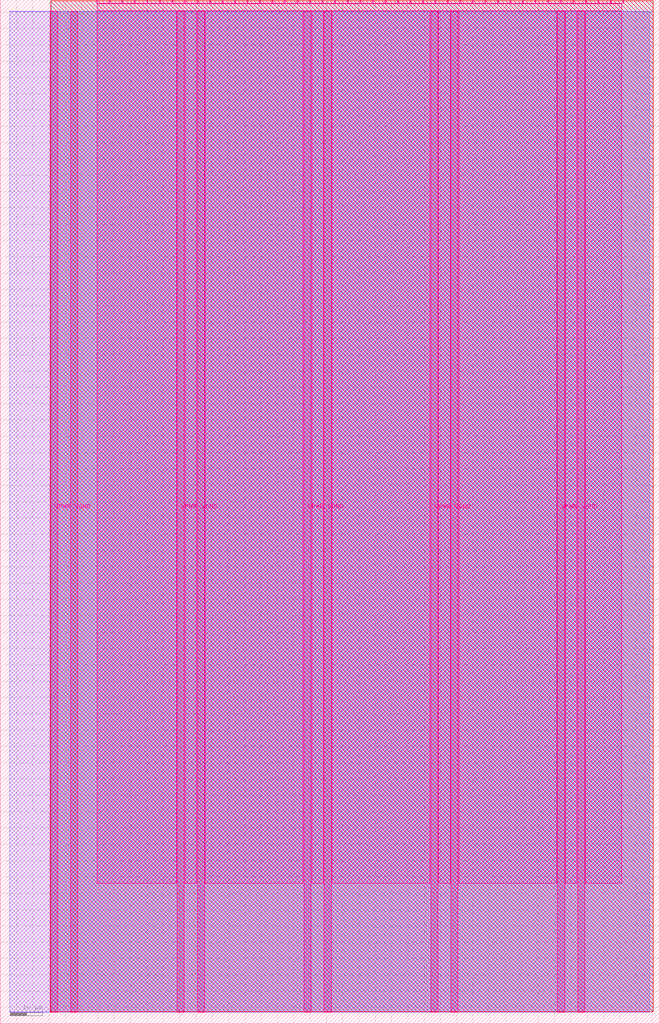
<source format=lef>
VERSION 5.7 ;
  NOWIREEXTENSIONATPIN ON ;
  DIVIDERCHAR "/" ;
  BUSBITCHARS "[]" ;
MACRO tt_um_rejunity_ay8913
  CLASS BLOCK ;
  FOREIGN tt_um_rejunity_ay8913 ;
  ORIGIN 0.000 0.000 ;
  SIZE 202.080 BY 313.740 ;
  PIN VGND
    DIRECTION INOUT ;
    USE GROUND ;
    PORT
      LAYER Metal5 ;
        RECT 21.580 3.560 23.780 310.180 ;
    END
    PORT
      LAYER Metal5 ;
        RECT 60.450 3.560 62.650 310.180 ;
    END
    PORT
      LAYER Metal5 ;
        RECT 99.320 3.560 101.520 310.180 ;
    END
    PORT
      LAYER Metal5 ;
        RECT 138.190 3.560 140.390 310.180 ;
    END
    PORT
      LAYER Metal5 ;
        RECT 177.060 3.560 179.260 310.180 ;
    END
  END VGND
  PIN VPWR
    DIRECTION INOUT ;
    USE POWER ;
    PORT
      LAYER Metal5 ;
        RECT 15.380 3.560 17.580 310.180 ;
    END
    PORT
      LAYER Metal5 ;
        RECT 54.250 3.560 56.450 310.180 ;
    END
    PORT
      LAYER Metal5 ;
        RECT 93.120 3.560 95.320 310.180 ;
    END
    PORT
      LAYER Metal5 ;
        RECT 131.990 3.560 134.190 310.180 ;
    END
    PORT
      LAYER Metal5 ;
        RECT 170.860 3.560 173.060 310.180 ;
    END
  END VPWR
  PIN clk
    DIRECTION INPUT ;
    USE SIGNAL ;
    ANTENNAGATEAREA 0.213200 ;
    PORT
      LAYER Metal5 ;
        RECT 187.050 312.740 187.350 313.740 ;
    END
  END clk
  PIN ena
    DIRECTION INPUT ;
    USE SIGNAL ;
    PORT
      LAYER Metal5 ;
        RECT 190.890 312.740 191.190 313.740 ;
    END
  END ena
  PIN rst_n
    DIRECTION INPUT ;
    USE SIGNAL ;
    ANTENNAGATEAREA 2.646800 ;
    ANTENNADIFFAREA 8.061600 ;
    PORT
      LAYER Metal5 ;
        RECT 183.210 312.740 183.510 313.740 ;
    END
  END rst_n
  PIN ui_in[0]
    DIRECTION INPUT ;
    USE SIGNAL ;
    ANTENNAGATEAREA 0.314600 ;
    PORT
      LAYER Metal5 ;
        RECT 179.370 312.740 179.670 313.740 ;
    END
  END ui_in[0]
  PIN ui_in[1]
    DIRECTION INPUT ;
    USE SIGNAL ;
    ANTENNAGATEAREA 0.314600 ;
    PORT
      LAYER Metal5 ;
        RECT 175.530 312.740 175.830 313.740 ;
    END
  END ui_in[1]
  PIN ui_in[2]
    DIRECTION INPUT ;
    USE SIGNAL ;
    ANTENNAGATEAREA 0.314600 ;
    PORT
      LAYER Metal5 ;
        RECT 171.690 312.740 171.990 313.740 ;
    END
  END ui_in[2]
  PIN ui_in[3]
    DIRECTION INPUT ;
    USE SIGNAL ;
    ANTENNAGATEAREA 0.314600 ;
    PORT
      LAYER Metal5 ;
        RECT 167.850 312.740 168.150 313.740 ;
    END
  END ui_in[3]
  PIN ui_in[4]
    DIRECTION INPUT ;
    USE SIGNAL ;
    ANTENNAGATEAREA 0.213200 ;
    PORT
      LAYER Metal5 ;
        RECT 164.010 312.740 164.310 313.740 ;
    END
  END ui_in[4]
  PIN ui_in[5]
    DIRECTION INPUT ;
    USE SIGNAL ;
    ANTENNAGATEAREA 0.314600 ;
    PORT
      LAYER Metal5 ;
        RECT 160.170 312.740 160.470 313.740 ;
    END
  END ui_in[5]
  PIN ui_in[6]
    DIRECTION INPUT ;
    USE SIGNAL ;
    ANTENNAGATEAREA 0.314600 ;
    PORT
      LAYER Metal5 ;
        RECT 156.330 312.740 156.630 313.740 ;
    END
  END ui_in[6]
  PIN ui_in[7]
    DIRECTION INPUT ;
    USE SIGNAL ;
    ANTENNAGATEAREA 0.314600 ;
    PORT
      LAYER Metal5 ;
        RECT 152.490 312.740 152.790 313.740 ;
    END
  END ui_in[7]
  PIN uio_in[0]
    DIRECTION INPUT ;
    USE SIGNAL ;
    ANTENNAGATEAREA 0.213200 ;
    PORT
      LAYER Metal5 ;
        RECT 148.650 312.740 148.950 313.740 ;
    END
  END uio_in[0]
  PIN uio_in[1]
    DIRECTION INPUT ;
    USE SIGNAL ;
    ANTENNAGATEAREA 0.213200 ;
    PORT
      LAYER Metal5 ;
        RECT 144.810 312.740 145.110 313.740 ;
    END
  END uio_in[1]
  PIN uio_in[2]
    DIRECTION INPUT ;
    USE SIGNAL ;
    ANTENNAGATEAREA 0.180700 ;
    PORT
      LAYER Metal5 ;
        RECT 140.970 312.740 141.270 313.740 ;
    END
  END uio_in[2]
  PIN uio_in[3]
    DIRECTION INPUT ;
    USE SIGNAL ;
    ANTENNAGATEAREA 0.180700 ;
    PORT
      LAYER Metal5 ;
        RECT 137.130 312.740 137.430 313.740 ;
    END
  END uio_in[3]
  PIN uio_in[4]
    DIRECTION INPUT ;
    USE SIGNAL ;
    PORT
      LAYER Metal5 ;
        RECT 133.290 312.740 133.590 313.740 ;
    END
  END uio_in[4]
  PIN uio_in[5]
    DIRECTION INPUT ;
    USE SIGNAL ;
    PORT
      LAYER Metal5 ;
        RECT 129.450 312.740 129.750 313.740 ;
    END
  END uio_in[5]
  PIN uio_in[6]
    DIRECTION INPUT ;
    USE SIGNAL ;
    PORT
      LAYER Metal5 ;
        RECT 125.610 312.740 125.910 313.740 ;
    END
  END uio_in[6]
  PIN uio_in[7]
    DIRECTION INPUT ;
    USE SIGNAL ;
    PORT
      LAYER Metal5 ;
        RECT 121.770 312.740 122.070 313.740 ;
    END
  END uio_in[7]
  PIN uio_oe[0]
    DIRECTION OUTPUT ;
    USE SIGNAL ;
    ANTENNADIFFAREA 0.299200 ;
    PORT
      LAYER Metal5 ;
        RECT 56.490 312.740 56.790 313.740 ;
    END
  END uio_oe[0]
  PIN uio_oe[1]
    DIRECTION OUTPUT ;
    USE SIGNAL ;
    ANTENNADIFFAREA 0.299200 ;
    PORT
      LAYER Metal5 ;
        RECT 52.650 312.740 52.950 313.740 ;
    END
  END uio_oe[1]
  PIN uio_oe[2]
    DIRECTION OUTPUT ;
    USE SIGNAL ;
    ANTENNADIFFAREA 0.299200 ;
    PORT
      LAYER Metal5 ;
        RECT 48.810 312.740 49.110 313.740 ;
    END
  END uio_oe[2]
  PIN uio_oe[3]
    DIRECTION OUTPUT ;
    USE SIGNAL ;
    ANTENNADIFFAREA 0.299200 ;
    PORT
      LAYER Metal5 ;
        RECT 44.970 312.740 45.270 313.740 ;
    END
  END uio_oe[3]
  PIN uio_oe[4]
    DIRECTION OUTPUT ;
    USE SIGNAL ;
    ANTENNADIFFAREA 0.392700 ;
    PORT
      LAYER Metal5 ;
        RECT 41.130 312.740 41.430 313.740 ;
    END
  END uio_oe[4]
  PIN uio_oe[5]
    DIRECTION OUTPUT ;
    USE SIGNAL ;
    ANTENNADIFFAREA 0.392700 ;
    PORT
      LAYER Metal5 ;
        RECT 37.290 312.740 37.590 313.740 ;
    END
  END uio_oe[5]
  PIN uio_oe[6]
    DIRECTION OUTPUT ;
    USE SIGNAL ;
    ANTENNADIFFAREA 0.392700 ;
    PORT
      LAYER Metal5 ;
        RECT 33.450 312.740 33.750 313.740 ;
    END
  END uio_oe[6]
  PIN uio_oe[7]
    DIRECTION OUTPUT ;
    USE SIGNAL ;
    ANTENNADIFFAREA 0.392700 ;
    PORT
      LAYER Metal5 ;
        RECT 29.610 312.740 29.910 313.740 ;
    END
  END uio_oe[7]
  PIN uio_out[0]
    DIRECTION OUTPUT ;
    USE SIGNAL ;
    ANTENNADIFFAREA 0.299200 ;
    PORT
      LAYER Metal5 ;
        RECT 87.210 312.740 87.510 313.740 ;
    END
  END uio_out[0]
  PIN uio_out[1]
    DIRECTION OUTPUT ;
    USE SIGNAL ;
    ANTENNADIFFAREA 0.299200 ;
    PORT
      LAYER Metal5 ;
        RECT 83.370 312.740 83.670 313.740 ;
    END
  END uio_out[1]
  PIN uio_out[2]
    DIRECTION OUTPUT ;
    USE SIGNAL ;
    ANTENNADIFFAREA 0.299200 ;
    PORT
      LAYER Metal5 ;
        RECT 79.530 312.740 79.830 313.740 ;
    END
  END uio_out[2]
  PIN uio_out[3]
    DIRECTION OUTPUT ;
    USE SIGNAL ;
    ANTENNADIFFAREA 0.299200 ;
    PORT
      LAYER Metal5 ;
        RECT 75.690 312.740 75.990 313.740 ;
    END
  END uio_out[3]
  PIN uio_out[4]
    DIRECTION OUTPUT ;
    USE SIGNAL ;
    ANTENNADIFFAREA 0.654800 ;
    PORT
      LAYER Metal5 ;
        RECT 71.850 312.740 72.150 313.740 ;
    END
  END uio_out[4]
  PIN uio_out[5]
    DIRECTION OUTPUT ;
    USE SIGNAL ;
    ANTENNADIFFAREA 0.654800 ;
    PORT
      LAYER Metal5 ;
        RECT 68.010 312.740 68.310 313.740 ;
    END
  END uio_out[5]
  PIN uio_out[6]
    DIRECTION OUTPUT ;
    USE SIGNAL ;
    ANTENNADIFFAREA 0.654800 ;
    PORT
      LAYER Metal5 ;
        RECT 64.170 312.740 64.470 313.740 ;
    END
  END uio_out[6]
  PIN uio_out[7]
    DIRECTION OUTPUT ;
    USE SIGNAL ;
    ANTENNADIFFAREA 0.654800 ;
    PORT
      LAYER Metal5 ;
        RECT 60.330 312.740 60.630 313.740 ;
    END
  END uio_out[7]
  PIN uo_out[0]
    DIRECTION OUTPUT ;
    USE SIGNAL ;
    ANTENNADIFFAREA 0.677200 ;
    PORT
      LAYER Metal5 ;
        RECT 117.930 312.740 118.230 313.740 ;
    END
  END uo_out[0]
  PIN uo_out[1]
    DIRECTION OUTPUT ;
    USE SIGNAL ;
    ANTENNADIFFAREA 0.649200 ;
    PORT
      LAYER Metal5 ;
        RECT 114.090 312.740 114.390 313.740 ;
    END
  END uo_out[1]
  PIN uo_out[2]
    DIRECTION OUTPUT ;
    USE SIGNAL ;
    ANTENNADIFFAREA 0.649200 ;
    PORT
      LAYER Metal5 ;
        RECT 110.250 312.740 110.550 313.740 ;
    END
  END uo_out[2]
  PIN uo_out[3]
    DIRECTION OUTPUT ;
    USE SIGNAL ;
    ANTENNADIFFAREA 0.677200 ;
    PORT
      LAYER Metal5 ;
        RECT 106.410 312.740 106.710 313.740 ;
    END
  END uo_out[3]
  PIN uo_out[4]
    DIRECTION OUTPUT ;
    USE SIGNAL ;
    ANTENNADIFFAREA 0.677200 ;
    PORT
      LAYER Metal5 ;
        RECT 102.570 312.740 102.870 313.740 ;
    END
  END uo_out[4]
  PIN uo_out[5]
    DIRECTION OUTPUT ;
    USE SIGNAL ;
    ANTENNADIFFAREA 0.649200 ;
    PORT
      LAYER Metal5 ;
        RECT 98.730 312.740 99.030 313.740 ;
    END
  END uo_out[5]
  PIN uo_out[6]
    DIRECTION OUTPUT ;
    USE SIGNAL ;
    ANTENNADIFFAREA 0.677200 ;
    PORT
      LAYER Metal5 ;
        RECT 94.890 312.740 95.190 313.740 ;
    END
  END uo_out[6]
  PIN uo_out[7]
    DIRECTION OUTPUT ;
    USE SIGNAL ;
    ANTENNAGATEAREA 0.455000 ;
    ANTENNADIFFAREA 1.135700 ;
    PORT
      LAYER Metal5 ;
        RECT 91.050 312.740 91.350 313.740 ;
    END
  END uo_out[7]
  OBS
      LAYER GatPoly ;
        RECT 2.880 3.630 199.200 310.110 ;
      LAYER Metal1 ;
        RECT 2.880 3.560 199.200 310.180 ;
      LAYER Metal2 ;
        RECT 15.515 3.680 200.305 310.060 ;
      LAYER Metal3 ;
        RECT 15.560 3.635 200.260 313.465 ;
      LAYER Metal4 ;
        RECT 15.515 3.680 200.305 313.420 ;
      LAYER Metal5 ;
        RECT 30.120 312.530 33.240 312.740 ;
        RECT 33.960 312.530 37.080 312.740 ;
        RECT 37.800 312.530 40.920 312.740 ;
        RECT 41.640 312.530 44.760 312.740 ;
        RECT 45.480 312.530 48.600 312.740 ;
        RECT 49.320 312.530 52.440 312.740 ;
        RECT 53.160 312.530 56.280 312.740 ;
        RECT 57.000 312.530 60.120 312.740 ;
        RECT 60.840 312.530 63.960 312.740 ;
        RECT 64.680 312.530 67.800 312.740 ;
        RECT 68.520 312.530 71.640 312.740 ;
        RECT 72.360 312.530 75.480 312.740 ;
        RECT 76.200 312.530 79.320 312.740 ;
        RECT 80.040 312.530 83.160 312.740 ;
        RECT 83.880 312.530 87.000 312.740 ;
        RECT 87.720 312.530 90.840 312.740 ;
        RECT 91.560 312.530 94.680 312.740 ;
        RECT 95.400 312.530 98.520 312.740 ;
        RECT 99.240 312.530 102.360 312.740 ;
        RECT 103.080 312.530 106.200 312.740 ;
        RECT 106.920 312.530 110.040 312.740 ;
        RECT 110.760 312.530 113.880 312.740 ;
        RECT 114.600 312.530 117.720 312.740 ;
        RECT 118.440 312.530 121.560 312.740 ;
        RECT 122.280 312.530 125.400 312.740 ;
        RECT 126.120 312.530 129.240 312.740 ;
        RECT 129.960 312.530 133.080 312.740 ;
        RECT 133.800 312.530 136.920 312.740 ;
        RECT 137.640 312.530 140.760 312.740 ;
        RECT 141.480 312.530 144.600 312.740 ;
        RECT 145.320 312.530 148.440 312.740 ;
        RECT 149.160 312.530 152.280 312.740 ;
        RECT 153.000 312.530 156.120 312.740 ;
        RECT 156.840 312.530 159.960 312.740 ;
        RECT 160.680 312.530 163.800 312.740 ;
        RECT 164.520 312.530 167.640 312.740 ;
        RECT 168.360 312.530 171.480 312.740 ;
        RECT 172.200 312.530 175.320 312.740 ;
        RECT 176.040 312.530 179.160 312.740 ;
        RECT 179.880 312.530 183.000 312.740 ;
        RECT 183.720 312.530 186.840 312.740 ;
        RECT 187.560 312.530 190.660 312.740 ;
        RECT 29.660 310.390 190.660 312.530 ;
        RECT 29.660 43.115 54.040 310.390 ;
        RECT 56.660 43.115 60.240 310.390 ;
        RECT 62.860 43.115 92.910 310.390 ;
        RECT 95.530 43.115 99.110 310.390 ;
        RECT 101.730 43.115 131.780 310.390 ;
        RECT 134.400 43.115 137.980 310.390 ;
        RECT 140.600 43.115 170.650 310.390 ;
        RECT 173.270 43.115 176.850 310.390 ;
        RECT 179.470 43.115 190.660 310.390 ;
  END
END tt_um_rejunity_ay8913
END LIBRARY


</source>
